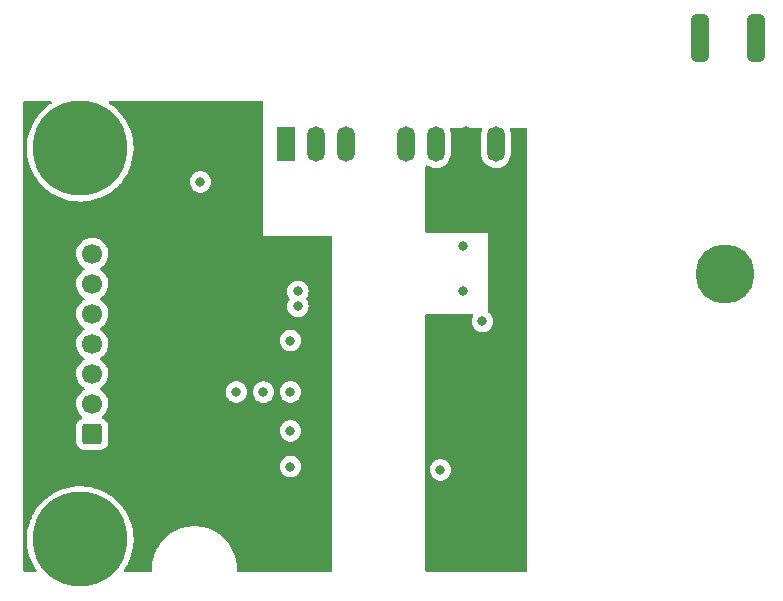
<source format=gbr>
%TF.GenerationSoftware,KiCad,Pcbnew,(6.0.1)*%
%TF.CreationDate,2022-08-22T15:24:11+03:00*%
%TF.ProjectId,Driver_Board,44726976-6572-45f4-926f-6172642e6b69,rev?*%
%TF.SameCoordinates,Original*%
%TF.FileFunction,Copper,L3,Inr*%
%TF.FilePolarity,Positive*%
%FSLAX46Y46*%
G04 Gerber Fmt 4.6, Leading zero omitted, Abs format (unit mm)*
G04 Created by KiCad (PCBNEW (6.0.1)) date 2022-08-22 15:24:11*
%MOMM*%
%LPD*%
G01*
G04 APERTURE LIST*
G04 Aperture macros list*
%AMRoundRect*
0 Rectangle with rounded corners*
0 $1 Rounding radius*
0 $2 $3 $4 $5 $6 $7 $8 $9 X,Y pos of 4 corners*
0 Add a 4 corners polygon primitive as box body*
4,1,4,$2,$3,$4,$5,$6,$7,$8,$9,$2,$3,0*
0 Add four circle primitives for the rounded corners*
1,1,$1+$1,$2,$3*
1,1,$1+$1,$4,$5*
1,1,$1+$1,$6,$7*
1,1,$1+$1,$8,$9*
0 Add four rect primitives between the rounded corners*
20,1,$1+$1,$2,$3,$4,$5,0*
20,1,$1+$1,$4,$5,$6,$7,0*
20,1,$1+$1,$6,$7,$8,$9,0*
20,1,$1+$1,$8,$9,$2,$3,0*%
G04 Aperture macros list end*
%TA.AperFunction,ComponentPad*%
%ADD10RoundRect,0.375000X-0.375000X-1.625000X0.375000X-1.625000X0.375000X1.625000X-0.375000X1.625000X0*%
%TD*%
%TA.AperFunction,ComponentPad*%
%ADD11RoundRect,0.250000X0.600000X0.600000X-0.600000X0.600000X-0.600000X-0.600000X0.600000X-0.600000X0*%
%TD*%
%TA.AperFunction,ComponentPad*%
%ADD12C,1.700000*%
%TD*%
%TA.AperFunction,ComponentPad*%
%ADD13C,8.000000*%
%TD*%
%TA.AperFunction,ComponentPad*%
%ADD14C,5.000000*%
%TD*%
%TA.AperFunction,ComponentPad*%
%ADD15R,1.500000X3.000000*%
%TD*%
%TA.AperFunction,ComponentPad*%
%ADD16O,1.500000X3.000000*%
%TD*%
%TA.AperFunction,ViaPad*%
%ADD17C,0.800000*%
%TD*%
G04 APERTURE END LIST*
D10*
%TO.N,E_IGBT*%
%TO.C,J3*%
X116504000Y-52070000D03*
%TO.N,G_IGBT*%
X121204000Y-52070000D03*
%TD*%
D11*
%TO.N,RDY*%
%TO.C,J1*%
X65014500Y-85598000D03*
D12*
%TO.N,GNDA*%
X62474500Y-85598000D03*
%TO.N,FLT*%
X65014500Y-83058000D03*
%TO.N,GNDA*%
X62474500Y-83058000D03*
%TO.N,RST*%
X65014500Y-80518000D03*
%TO.N,GNDA*%
X62474500Y-80518000D03*
%TO.N,IN-*%
X65014500Y-77978000D03*
%TO.N,GNDA*%
X62474500Y-77978000D03*
%TO.N,IN+*%
X65014500Y-75438000D03*
%TO.N,GNDA*%
X62474500Y-75438000D03*
%TO.N,+5VD*%
X65014500Y-72898000D03*
%TO.N,GNDA*%
X62474500Y-72898000D03*
%TO.N,VAA*%
X65014500Y-70358000D03*
%TO.N,GNDA*%
X62474500Y-70358000D03*
D13*
%TO.N,N/C*%
X63994500Y-61418000D03*
X63994500Y-94538000D03*
%TD*%
D14*
%TO.N,C_IGBT*%
%TO.C,J4*%
X118618000Y-72027000D03*
%TD*%
D15*
%TO.N,GNDA*%
%TO.C,U1*%
X81412500Y-61084000D03*
D16*
%TO.N,VAA*%
X83952500Y-61084000D03*
%TO.N,unconnected-(U1-Pad3)*%
X86492500Y-61084000D03*
%TO.N,unconnected-(U1-Pad5)*%
X91572500Y-61084000D03*
%TO.N,+15V*%
X94112500Y-61084000D03*
%TO.N,E_IGBT*%
X96652500Y-61084000D03*
%TO.N,unconnected-(U1-Pad8)*%
X99192500Y-61084000D03*
%TD*%
D17*
%TO.N,GNDA*%
X77216000Y-88392000D03*
X74206500Y-61175500D03*
X81788000Y-79777500D03*
X82423000Y-69723000D03*
X74930000Y-85344000D03*
%TO.N,RDY*%
X82423000Y-73533000D03*
X81788000Y-88376000D03*
%TO.N,FLT*%
X81788000Y-82042000D03*
X82423000Y-74803000D03*
X77209750Y-82048250D03*
%TO.N,+15V*%
X94488000Y-88646000D03*
X98044000Y-76073000D03*
X96393000Y-73533000D03*
%TO.N,VAA*%
X74168000Y-64262000D03*
%TO.N,E_IGBT*%
X96393000Y-76073000D03*
X96393000Y-69723000D03*
X97536000Y-88646000D03*
X96393000Y-78613000D03*
X98044000Y-68072000D03*
%TO.N,+5VD*%
X79502000Y-82063500D03*
X81788000Y-85344000D03*
X81788000Y-77702500D03*
%TD*%
%TA.AperFunction,Conductor*%
%TO.N,GNDA*%
G36*
X61539201Y-57424002D02*
G01*
X61585694Y-57477658D01*
X61595798Y-57547932D01*
X61566304Y-57612512D01*
X61538222Y-57636620D01*
X61418689Y-57711894D01*
X61093396Y-57960599D01*
X60791983Y-58237763D01*
X60516930Y-58541104D01*
X60515206Y-58543391D01*
X60515205Y-58543393D01*
X60432650Y-58652948D01*
X60270502Y-58868125D01*
X60054727Y-59216135D01*
X60053447Y-59218691D01*
X60053442Y-59218700D01*
X59986687Y-59352008D01*
X59871381Y-59582269D01*
X59870340Y-59584925D01*
X59870337Y-59584932D01*
X59723013Y-59960859D01*
X59721973Y-59963513D01*
X59721181Y-59966240D01*
X59721177Y-59966251D01*
X59651215Y-60207063D01*
X59607733Y-60356729D01*
X59529601Y-60758681D01*
X59488221Y-61166060D01*
X59483933Y-61575512D01*
X59484162Y-61578357D01*
X59484162Y-61578360D01*
X59511965Y-61923910D01*
X59516773Y-61983668D01*
X59586469Y-62387168D01*
X59692449Y-62782691D01*
X59833840Y-63166980D01*
X59835065Y-63169560D01*
X59835068Y-63169567D01*
X59979986Y-63474763D01*
X60009479Y-63536874D01*
X60117867Y-63720148D01*
X60215195Y-63884721D01*
X60217918Y-63889326D01*
X60457444Y-64221436D01*
X60726084Y-64530471D01*
X61021626Y-64813886D01*
X61023844Y-64815656D01*
X61023849Y-64815661D01*
X61174539Y-64935955D01*
X61341639Y-65069349D01*
X61344020Y-65070919D01*
X61633982Y-65262113D01*
X61683489Y-65294757D01*
X61686019Y-65296113D01*
X61686018Y-65296113D01*
X61992840Y-65460630D01*
X62044360Y-65488255D01*
X62421284Y-65648250D01*
X62424022Y-65649129D01*
X62808431Y-65772549D01*
X62808435Y-65772550D01*
X62811157Y-65773424D01*
X62813947Y-65774048D01*
X62813952Y-65774049D01*
X63207977Y-65862125D01*
X63207988Y-65862127D01*
X63210771Y-65862749D01*
X63616835Y-65915487D01*
X64026009Y-65931206D01*
X64028871Y-65931056D01*
X64028872Y-65931056D01*
X64432066Y-65909926D01*
X64432073Y-65909925D01*
X64434922Y-65909776D01*
X64437745Y-65909369D01*
X64437747Y-65909369D01*
X64837389Y-65851780D01*
X64837396Y-65851779D01*
X64840211Y-65851373D01*
X65238538Y-65756478D01*
X65241236Y-65755570D01*
X65241243Y-65755568D01*
X65623914Y-65626785D01*
X65623920Y-65626783D01*
X65626626Y-65625872D01*
X66001279Y-65460630D01*
X66359414Y-65262113D01*
X66494219Y-65170500D01*
X66695698Y-65033575D01*
X66695700Y-65033573D01*
X66698083Y-65031954D01*
X66981753Y-64798944D01*
X67012279Y-64773870D01*
X67012283Y-64773867D01*
X67014498Y-64772047D01*
X67016536Y-64770038D01*
X67016543Y-64770031D01*
X67261661Y-64528311D01*
X67306055Y-64484533D01*
X67339155Y-64445365D01*
X67494111Y-64262000D01*
X73254496Y-64262000D01*
X73274458Y-64451928D01*
X73333473Y-64633556D01*
X73428960Y-64798944D01*
X73556747Y-64940866D01*
X73655843Y-65012864D01*
X73679600Y-65030124D01*
X73711248Y-65053118D01*
X73717276Y-65055802D01*
X73717278Y-65055803D01*
X73879681Y-65128109D01*
X73885712Y-65130794D01*
X73979113Y-65150647D01*
X74066056Y-65169128D01*
X74066061Y-65169128D01*
X74072513Y-65170500D01*
X74263487Y-65170500D01*
X74269939Y-65169128D01*
X74269944Y-65169128D01*
X74356887Y-65150647D01*
X74450288Y-65130794D01*
X74456319Y-65128109D01*
X74618722Y-65055803D01*
X74618724Y-65055802D01*
X74624752Y-65053118D01*
X74656401Y-65030124D01*
X74680157Y-65012864D01*
X74779253Y-64940866D01*
X74907040Y-64798944D01*
X75002527Y-64633556D01*
X75061542Y-64451928D01*
X75081504Y-64262000D01*
X75061542Y-64072072D01*
X75002527Y-63890444D01*
X74907040Y-63725056D01*
X74779253Y-63583134D01*
X74642111Y-63483494D01*
X74630094Y-63474763D01*
X74630093Y-63474762D01*
X74624752Y-63470882D01*
X74618724Y-63468198D01*
X74618722Y-63468197D01*
X74456319Y-63395891D01*
X74456318Y-63395891D01*
X74450288Y-63393206D01*
X74356888Y-63373353D01*
X74269944Y-63354872D01*
X74269939Y-63354872D01*
X74263487Y-63353500D01*
X74072513Y-63353500D01*
X74066061Y-63354872D01*
X74066056Y-63354872D01*
X73979112Y-63373353D01*
X73885712Y-63393206D01*
X73879682Y-63395891D01*
X73879681Y-63395891D01*
X73717278Y-63468197D01*
X73717276Y-63468198D01*
X73711248Y-63470882D01*
X73705907Y-63474762D01*
X73705906Y-63474763D01*
X73693889Y-63483494D01*
X73556747Y-63583134D01*
X73428960Y-63725056D01*
X73333473Y-63890444D01*
X73274458Y-64072072D01*
X73254496Y-64262000D01*
X67494111Y-64262000D01*
X67568508Y-64173963D01*
X67568513Y-64173957D01*
X67570354Y-64171778D01*
X67635574Y-64078635D01*
X67803584Y-63838691D01*
X67805219Y-63836356D01*
X68008717Y-63481027D01*
X68014591Y-63468197D01*
X68177985Y-63111316D01*
X68177988Y-63111307D01*
X68179174Y-63108718D01*
X68315185Y-62722492D01*
X68415633Y-62325528D01*
X68479689Y-61921095D01*
X68506826Y-61512520D01*
X68507816Y-61418000D01*
X68489241Y-61008947D01*
X68433669Y-60603260D01*
X68341557Y-60204280D01*
X68264130Y-59968783D01*
X68214557Y-59818005D01*
X68214554Y-59817998D01*
X68213664Y-59815290D01*
X68051042Y-59439492D01*
X67885797Y-59136412D01*
X67856399Y-59082492D01*
X67856395Y-59082485D01*
X67855029Y-59079980D01*
X67768356Y-58950510D01*
X67628832Y-58742090D01*
X67628824Y-58742079D01*
X67627240Y-58739713D01*
X67369549Y-58421491D01*
X67227249Y-58275160D01*
X67086067Y-58129980D01*
X67086063Y-58129976D01*
X67084077Y-58127934D01*
X67081919Y-58126084D01*
X67081909Y-58126075D01*
X66775349Y-57863321D01*
X66775344Y-57863317D01*
X66773175Y-57861458D01*
X66770844Y-57859801D01*
X66770837Y-57859796D01*
X66451289Y-57632706D01*
X66407348Y-57576941D01*
X66400532Y-57506272D01*
X66433005Y-57443137D01*
X66494456Y-57407580D01*
X66524278Y-57404000D01*
X79376000Y-57404000D01*
X79444121Y-57424002D01*
X79490614Y-57477658D01*
X79502000Y-57530000D01*
X79502000Y-68834000D01*
X85218000Y-68834000D01*
X85286121Y-68854002D01*
X85332614Y-68907658D01*
X85344000Y-68960000D01*
X85344000Y-97156000D01*
X85323998Y-97224121D01*
X85270342Y-97270614D01*
X85218000Y-97282000D01*
X77384905Y-97282000D01*
X77316784Y-97261998D01*
X77270291Y-97208342D01*
X77259078Y-97149405D01*
X77259087Y-97149246D01*
X77265441Y-97028000D01*
X77245690Y-96651129D01*
X77238146Y-96603494D01*
X77218008Y-96476353D01*
X77186653Y-96278387D01*
X77088978Y-95913857D01*
X77085720Y-95905368D01*
X76954918Y-95564620D01*
X76953734Y-95561535D01*
X76782403Y-95225280D01*
X76705262Y-95106492D01*
X76578665Y-94911550D01*
X76576863Y-94908775D01*
X76339365Y-94615489D01*
X76072511Y-94348635D01*
X75779225Y-94111137D01*
X75462720Y-93905597D01*
X75459786Y-93904102D01*
X75459779Y-93904098D01*
X75129405Y-93735764D01*
X75126465Y-93734266D01*
X74774143Y-93599022D01*
X74409613Y-93501347D01*
X74211647Y-93469992D01*
X74040119Y-93442824D01*
X74040111Y-93442823D01*
X74036871Y-93442310D01*
X73754280Y-93427500D01*
X73565720Y-93427500D01*
X73283129Y-93442310D01*
X73279889Y-93442823D01*
X73279881Y-93442824D01*
X73108353Y-93469992D01*
X72910387Y-93501347D01*
X72545857Y-93599022D01*
X72193535Y-93734266D01*
X72190595Y-93735764D01*
X71860221Y-93904098D01*
X71860214Y-93904102D01*
X71857280Y-93905597D01*
X71540775Y-94111137D01*
X71247489Y-94348635D01*
X70980635Y-94615489D01*
X70743137Y-94908775D01*
X70741335Y-94911550D01*
X70539395Y-95222510D01*
X70539393Y-95222513D01*
X70537597Y-95225279D01*
X70536102Y-95228213D01*
X70536098Y-95228220D01*
X70395412Y-95504332D01*
X70366266Y-95561535D01*
X70365082Y-95564620D01*
X70234281Y-95905368D01*
X70231022Y-95913857D01*
X70133347Y-96278387D01*
X70101992Y-96476353D01*
X70081855Y-96603494D01*
X70074310Y-96651129D01*
X70054559Y-97028000D01*
X70060914Y-97149246D01*
X70060922Y-97149405D01*
X70044513Y-97218479D01*
X69993364Y-97267717D01*
X69935095Y-97282000D01*
X67819245Y-97282000D01*
X67751124Y-97261998D01*
X67704631Y-97208342D01*
X67694527Y-97138068D01*
X67716032Y-97083730D01*
X67803577Y-96958701D01*
X67805219Y-96956356D01*
X68008717Y-96601027D01*
X68151315Y-96289567D01*
X68177985Y-96231316D01*
X68177988Y-96231307D01*
X68179174Y-96228718D01*
X68315185Y-95842492D01*
X68386279Y-95561535D01*
X68414930Y-95448307D01*
X68414931Y-95448303D01*
X68415633Y-95445528D01*
X68450956Y-95222511D01*
X68479243Y-95043910D01*
X68479689Y-95041095D01*
X68506826Y-94632520D01*
X68507816Y-94538000D01*
X68489241Y-94128947D01*
X68486802Y-94111137D01*
X68435382Y-93735764D01*
X68433669Y-93723260D01*
X68341557Y-93324280D01*
X68335960Y-93307255D01*
X68214557Y-92938005D01*
X68214554Y-92937998D01*
X68213664Y-92935290D01*
X68051042Y-92559492D01*
X67855029Y-92199980D01*
X67774690Y-92079971D01*
X67628832Y-91862090D01*
X67628824Y-91862079D01*
X67627240Y-91859713D01*
X67369549Y-91541491D01*
X67190882Y-91357763D01*
X67086067Y-91249980D01*
X67086063Y-91249976D01*
X67084077Y-91247934D01*
X67081919Y-91246084D01*
X67081909Y-91246075D01*
X66775349Y-90983321D01*
X66775344Y-90983317D01*
X66773175Y-90981458D01*
X66770844Y-90979801D01*
X66770837Y-90979796D01*
X66565163Y-90833632D01*
X66439400Y-90744257D01*
X66212845Y-90612399D01*
X66087974Y-90539722D01*
X66087969Y-90539719D01*
X66085501Y-90538283D01*
X65851346Y-90429095D01*
X65716987Y-90366442D01*
X65716977Y-90366438D01*
X65714391Y-90365232D01*
X65711694Y-90364261D01*
X65331814Y-90227495D01*
X65331805Y-90227492D01*
X65329124Y-90226527D01*
X65066747Y-90158183D01*
X64935640Y-90124032D01*
X64935634Y-90124031D01*
X64932871Y-90123311D01*
X64528895Y-90056433D01*
X64526052Y-90056224D01*
X64526050Y-90056224D01*
X64123365Y-90026653D01*
X64120519Y-90026444D01*
X63950543Y-90029411D01*
X63713958Y-90033540D01*
X63713953Y-90033540D01*
X63711107Y-90033590D01*
X63708274Y-90033898D01*
X63708270Y-90033898D01*
X63379396Y-90069625D01*
X63304027Y-90077813D01*
X62902630Y-90158749D01*
X62899902Y-90159562D01*
X62899891Y-90159565D01*
X62587367Y-90252733D01*
X62510221Y-90275731D01*
X62507560Y-90276795D01*
X62507558Y-90276796D01*
X62283427Y-90366442D01*
X62130029Y-90427797D01*
X62127482Y-90429095D01*
X61767727Y-90612399D01*
X61767722Y-90612402D01*
X61765184Y-90613695D01*
X61418689Y-90831894D01*
X61093396Y-91080599D01*
X60791983Y-91357763D01*
X60516930Y-91661104D01*
X60270502Y-91988125D01*
X60054727Y-92336135D01*
X60053447Y-92338691D01*
X60053442Y-92338700D01*
X59944135Y-92556982D01*
X59871381Y-92702269D01*
X59870340Y-92704925D01*
X59870337Y-92704932D01*
X59780061Y-92935290D01*
X59721973Y-93083513D01*
X59721181Y-93086240D01*
X59721177Y-93086251D01*
X59617583Y-93442824D01*
X59607733Y-93476729D01*
X59529601Y-93878681D01*
X59488221Y-94286060D01*
X59483933Y-94695512D01*
X59484162Y-94698357D01*
X59484162Y-94698360D01*
X59511965Y-95043910D01*
X59516773Y-95103668D01*
X59586469Y-95507168D01*
X59692449Y-95902691D01*
X59833840Y-96286980D01*
X60009479Y-96656874D01*
X60077985Y-96772711D01*
X60187979Y-96958701D01*
X60217918Y-97009326D01*
X60219580Y-97011630D01*
X60219581Y-97011632D01*
X60270545Y-97082295D01*
X60294170Y-97149246D01*
X60277848Y-97218341D01*
X60226762Y-97267643D01*
X60168351Y-97282000D01*
X59308000Y-97282000D01*
X59239879Y-97261998D01*
X59193386Y-97208342D01*
X59182000Y-97156000D01*
X59182000Y-88376000D01*
X80874496Y-88376000D01*
X80894458Y-88565928D01*
X80953473Y-88747556D01*
X81048960Y-88912944D01*
X81176747Y-89054866D01*
X81331248Y-89167118D01*
X81337276Y-89169802D01*
X81337278Y-89169803D01*
X81499681Y-89242109D01*
X81505712Y-89244794D01*
X81599112Y-89264647D01*
X81686056Y-89283128D01*
X81686061Y-89283128D01*
X81692513Y-89284500D01*
X81883487Y-89284500D01*
X81889939Y-89283128D01*
X81889944Y-89283128D01*
X81976888Y-89264647D01*
X82070288Y-89244794D01*
X82076319Y-89242109D01*
X82238722Y-89169803D01*
X82238724Y-89169802D01*
X82244752Y-89167118D01*
X82399253Y-89054866D01*
X82527040Y-88912944D01*
X82622527Y-88747556D01*
X82681542Y-88565928D01*
X82701504Y-88376000D01*
X82681542Y-88186072D01*
X82622527Y-88004444D01*
X82527040Y-87839056D01*
X82399253Y-87697134D01*
X82244752Y-87584882D01*
X82238724Y-87582198D01*
X82238722Y-87582197D01*
X82076319Y-87509891D01*
X82076318Y-87509891D01*
X82070288Y-87507206D01*
X81976888Y-87487353D01*
X81889944Y-87468872D01*
X81889939Y-87468872D01*
X81883487Y-87467500D01*
X81692513Y-87467500D01*
X81686061Y-87468872D01*
X81686056Y-87468872D01*
X81599112Y-87487353D01*
X81505712Y-87507206D01*
X81499682Y-87509891D01*
X81499681Y-87509891D01*
X81337278Y-87582197D01*
X81337276Y-87582198D01*
X81331248Y-87584882D01*
X81176747Y-87697134D01*
X81048960Y-87839056D01*
X80953473Y-88004444D01*
X80894458Y-88186072D01*
X80874496Y-88376000D01*
X59182000Y-88376000D01*
X59182000Y-83024695D01*
X63651751Y-83024695D01*
X63652048Y-83029848D01*
X63652048Y-83029851D01*
X63657511Y-83124590D01*
X63664610Y-83247715D01*
X63665747Y-83252761D01*
X63665748Y-83252767D01*
X63685619Y-83340939D01*
X63713722Y-83465639D01*
X63797766Y-83672616D01*
X63914487Y-83863088D01*
X64060750Y-84031938D01*
X64130844Y-84090131D01*
X64170479Y-84149033D01*
X64171977Y-84220014D01*
X64134863Y-84280537D01*
X64103812Y-84301175D01*
X64097496Y-84304134D01*
X64090554Y-84306450D01*
X63940152Y-84399522D01*
X63815195Y-84524697D01*
X63811355Y-84530927D01*
X63811354Y-84530928D01*
X63731022Y-84661251D01*
X63722385Y-84675262D01*
X63720081Y-84682209D01*
X63676775Y-84812774D01*
X63666703Y-84843139D01*
X63656000Y-84947600D01*
X63656000Y-86248400D01*
X63666974Y-86354166D01*
X63722950Y-86521946D01*
X63816022Y-86672348D01*
X63941197Y-86797305D01*
X63947427Y-86801145D01*
X63947428Y-86801146D01*
X64084590Y-86885694D01*
X64091762Y-86890115D01*
X64171505Y-86916564D01*
X64253111Y-86943632D01*
X64253113Y-86943632D01*
X64259639Y-86945797D01*
X64266475Y-86946497D01*
X64266478Y-86946498D01*
X64309531Y-86950909D01*
X64364100Y-86956500D01*
X65664900Y-86956500D01*
X65668146Y-86956163D01*
X65668150Y-86956163D01*
X65763808Y-86946238D01*
X65763812Y-86946237D01*
X65770666Y-86945526D01*
X65777202Y-86943345D01*
X65777204Y-86943345D01*
X65909306Y-86899272D01*
X65938446Y-86889550D01*
X66088848Y-86796478D01*
X66213805Y-86671303D01*
X66306615Y-86520738D01*
X66362297Y-86352861D01*
X66373000Y-86248400D01*
X66373000Y-85344000D01*
X80874496Y-85344000D01*
X80894458Y-85533928D01*
X80953473Y-85715556D01*
X81048960Y-85880944D01*
X81176747Y-86022866D01*
X81331248Y-86135118D01*
X81337276Y-86137802D01*
X81337278Y-86137803D01*
X81499681Y-86210109D01*
X81505712Y-86212794D01*
X81599113Y-86232647D01*
X81686056Y-86251128D01*
X81686061Y-86251128D01*
X81692513Y-86252500D01*
X81883487Y-86252500D01*
X81889939Y-86251128D01*
X81889944Y-86251128D01*
X81976887Y-86232647D01*
X82070288Y-86212794D01*
X82076319Y-86210109D01*
X82238722Y-86137803D01*
X82238724Y-86137802D01*
X82244752Y-86135118D01*
X82399253Y-86022866D01*
X82527040Y-85880944D01*
X82622527Y-85715556D01*
X82681542Y-85533928D01*
X82701504Y-85344000D01*
X82681542Y-85154072D01*
X82622527Y-84972444D01*
X82527040Y-84807056D01*
X82414628Y-84682209D01*
X82403675Y-84670045D01*
X82403674Y-84670044D01*
X82399253Y-84665134D01*
X82244752Y-84552882D01*
X82238724Y-84550198D01*
X82238722Y-84550197D01*
X82076319Y-84477891D01*
X82076318Y-84477891D01*
X82070288Y-84475206D01*
X81976888Y-84455353D01*
X81889944Y-84436872D01*
X81889939Y-84436872D01*
X81883487Y-84435500D01*
X81692513Y-84435500D01*
X81686061Y-84436872D01*
X81686056Y-84436872D01*
X81599112Y-84455353D01*
X81505712Y-84475206D01*
X81499682Y-84477891D01*
X81499681Y-84477891D01*
X81337278Y-84550197D01*
X81337276Y-84550198D01*
X81331248Y-84552882D01*
X81176747Y-84665134D01*
X81172326Y-84670044D01*
X81172325Y-84670045D01*
X81161373Y-84682209D01*
X81048960Y-84807056D01*
X80953473Y-84972444D01*
X80894458Y-85154072D01*
X80874496Y-85344000D01*
X66373000Y-85344000D01*
X66373000Y-84947600D01*
X66362026Y-84841834D01*
X66306050Y-84674054D01*
X66212978Y-84523652D01*
X66087803Y-84398695D01*
X65937238Y-84305885D01*
X65930285Y-84303579D01*
X65929404Y-84303168D01*
X65876118Y-84256252D01*
X65856656Y-84187975D01*
X65877196Y-84120015D01*
X65895029Y-84099844D01*
X65894360Y-84099173D01*
X66048935Y-83945137D01*
X66052596Y-83941489D01*
X66112094Y-83858689D01*
X66179935Y-83764277D01*
X66182953Y-83760077D01*
X66281930Y-83559811D01*
X66346870Y-83346069D01*
X66376029Y-83124590D01*
X66377656Y-83058000D01*
X66359352Y-82835361D01*
X66304931Y-82618702D01*
X66215854Y-82413840D01*
X66106275Y-82244456D01*
X66097322Y-82230617D01*
X66097320Y-82230614D01*
X66094514Y-82226277D01*
X65944170Y-82061051D01*
X65940119Y-82057852D01*
X65940115Y-82057848D01*
X65927962Y-82048250D01*
X76296246Y-82048250D01*
X76296936Y-82054815D01*
X76314556Y-82222457D01*
X76316208Y-82238178D01*
X76375223Y-82419806D01*
X76378526Y-82425528D01*
X76378527Y-82425529D01*
X76387332Y-82440779D01*
X76470710Y-82585194D01*
X76475128Y-82590101D01*
X76475129Y-82590102D01*
X76592869Y-82720866D01*
X76598497Y-82727116D01*
X76695493Y-82797588D01*
X76744396Y-82833118D01*
X76752998Y-82839368D01*
X76759026Y-82842052D01*
X76759028Y-82842053D01*
X76921431Y-82914359D01*
X76927462Y-82917044D01*
X77005662Y-82933666D01*
X77107806Y-82955378D01*
X77107811Y-82955378D01*
X77114263Y-82956750D01*
X77305237Y-82956750D01*
X77311689Y-82955378D01*
X77311694Y-82955378D01*
X77413838Y-82933666D01*
X77492038Y-82917044D01*
X77498069Y-82914359D01*
X77660472Y-82842053D01*
X77660474Y-82842052D01*
X77666502Y-82839368D01*
X77675105Y-82833118D01*
X77724007Y-82797588D01*
X77821003Y-82727116D01*
X77826631Y-82720866D01*
X77944371Y-82590102D01*
X77944372Y-82590101D01*
X77948790Y-82585194D01*
X78032168Y-82440779D01*
X78040973Y-82425529D01*
X78040974Y-82425528D01*
X78044277Y-82419806D01*
X78103292Y-82238178D01*
X78104945Y-82222457D01*
X78121651Y-82063500D01*
X78588496Y-82063500D01*
X78608458Y-82253428D01*
X78667473Y-82435056D01*
X78762960Y-82600444D01*
X78767378Y-82605351D01*
X78767379Y-82605352D01*
X78877016Y-82727116D01*
X78890747Y-82742366D01*
X78966753Y-82797588D01*
X79025847Y-82840522D01*
X79045248Y-82854618D01*
X79051276Y-82857302D01*
X79051278Y-82857303D01*
X79188541Y-82918416D01*
X79219712Y-82932294D01*
X79305364Y-82950500D01*
X79400056Y-82970628D01*
X79400061Y-82970628D01*
X79406513Y-82972000D01*
X79597487Y-82972000D01*
X79603939Y-82970628D01*
X79603944Y-82970628D01*
X79698636Y-82950500D01*
X79784288Y-82932294D01*
X79815459Y-82918416D01*
X79952722Y-82857303D01*
X79952724Y-82857302D01*
X79958752Y-82854618D01*
X79978154Y-82840522D01*
X80037247Y-82797588D01*
X80113253Y-82742366D01*
X80126984Y-82727116D01*
X80236621Y-82605352D01*
X80236622Y-82605351D01*
X80241040Y-82600444D01*
X80336527Y-82435056D01*
X80395542Y-82253428D01*
X80415504Y-82063500D01*
X80413901Y-82048250D01*
X80413244Y-82042000D01*
X80874496Y-82042000D01*
X80875186Y-82048565D01*
X80893463Y-82222457D01*
X80894458Y-82231928D01*
X80953473Y-82413556D01*
X80956776Y-82419278D01*
X80956777Y-82419279D01*
X80962257Y-82428771D01*
X81048960Y-82578944D01*
X81053378Y-82583851D01*
X81053379Y-82583852D01*
X81072738Y-82605352D01*
X81176747Y-82720866D01*
X81331248Y-82833118D01*
X81337276Y-82835802D01*
X81337278Y-82835803D01*
X81499681Y-82908109D01*
X81505712Y-82910794D01*
X81594229Y-82929609D01*
X81686056Y-82949128D01*
X81686061Y-82949128D01*
X81692513Y-82950500D01*
X81883487Y-82950500D01*
X81889939Y-82949128D01*
X81889944Y-82949128D01*
X81981771Y-82929609D01*
X82070288Y-82910794D01*
X82076319Y-82908109D01*
X82238722Y-82835803D01*
X82238724Y-82835802D01*
X82244752Y-82833118D01*
X82399253Y-82720866D01*
X82503262Y-82605352D01*
X82522621Y-82583852D01*
X82522622Y-82583851D01*
X82527040Y-82578944D01*
X82613743Y-82428771D01*
X82619223Y-82419279D01*
X82619224Y-82419278D01*
X82622527Y-82413556D01*
X82681542Y-82231928D01*
X82682538Y-82222457D01*
X82700814Y-82048565D01*
X82701504Y-82042000D01*
X82689291Y-81925800D01*
X82682232Y-81858635D01*
X82682232Y-81858633D01*
X82681542Y-81852072D01*
X82622527Y-81670444D01*
X82527040Y-81505056D01*
X82415116Y-81380751D01*
X82403675Y-81368045D01*
X82403674Y-81368044D01*
X82399253Y-81363134D01*
X82258696Y-81261013D01*
X82250094Y-81254763D01*
X82250093Y-81254762D01*
X82244752Y-81250882D01*
X82238724Y-81248198D01*
X82238722Y-81248197D01*
X82076319Y-81175891D01*
X82076318Y-81175891D01*
X82070288Y-81173206D01*
X81976888Y-81153353D01*
X81889944Y-81134872D01*
X81889939Y-81134872D01*
X81883487Y-81133500D01*
X81692513Y-81133500D01*
X81686061Y-81134872D01*
X81686056Y-81134872D01*
X81599112Y-81153353D01*
X81505712Y-81173206D01*
X81499682Y-81175891D01*
X81499681Y-81175891D01*
X81337278Y-81248197D01*
X81337276Y-81248198D01*
X81331248Y-81250882D01*
X81325907Y-81254762D01*
X81325906Y-81254763D01*
X81317304Y-81261013D01*
X81176747Y-81363134D01*
X81172326Y-81368044D01*
X81172325Y-81368045D01*
X81160885Y-81380751D01*
X81048960Y-81505056D01*
X80953473Y-81670444D01*
X80894458Y-81852072D01*
X80893768Y-81858633D01*
X80893768Y-81858635D01*
X80886709Y-81925800D01*
X80874496Y-82042000D01*
X80413244Y-82042000D01*
X80396232Y-81880135D01*
X80396232Y-81880133D01*
X80395542Y-81873572D01*
X80336527Y-81691944D01*
X80327723Y-81676694D01*
X80259871Y-81559173D01*
X80241040Y-81526556D01*
X80232458Y-81517024D01*
X80117675Y-81389545D01*
X80117674Y-81389544D01*
X80113253Y-81384634D01*
X79958752Y-81272382D01*
X79952724Y-81269698D01*
X79952722Y-81269697D01*
X79790319Y-81197391D01*
X79790318Y-81197391D01*
X79784288Y-81194706D01*
X79683139Y-81173206D01*
X79603944Y-81156372D01*
X79603939Y-81156372D01*
X79597487Y-81155000D01*
X79406513Y-81155000D01*
X79400061Y-81156372D01*
X79400056Y-81156372D01*
X79320861Y-81173206D01*
X79219712Y-81194706D01*
X79213682Y-81197391D01*
X79213681Y-81197391D01*
X79051278Y-81269697D01*
X79051276Y-81269698D01*
X79045248Y-81272382D01*
X78890747Y-81384634D01*
X78886326Y-81389544D01*
X78886325Y-81389545D01*
X78771543Y-81517024D01*
X78762960Y-81526556D01*
X78744129Y-81559173D01*
X78676278Y-81676694D01*
X78667473Y-81691944D01*
X78608458Y-81873572D01*
X78607768Y-81880133D01*
X78607768Y-81880135D01*
X78590099Y-82048250D01*
X78588496Y-82063500D01*
X78121651Y-82063500D01*
X78122564Y-82054815D01*
X78123254Y-82048250D01*
X78110048Y-81922598D01*
X78103982Y-81864885D01*
X78103982Y-81864883D01*
X78103292Y-81858322D01*
X78044277Y-81676694D01*
X78037365Y-81664721D01*
X77960896Y-81532274D01*
X77948790Y-81511306D01*
X77943163Y-81505056D01*
X77825425Y-81374295D01*
X77825424Y-81374294D01*
X77821003Y-81369384D01*
X77721907Y-81297386D01*
X77671844Y-81261013D01*
X77671843Y-81261012D01*
X77666502Y-81257132D01*
X77660474Y-81254448D01*
X77660472Y-81254447D01*
X77498069Y-81182141D01*
X77498068Y-81182141D01*
X77492038Y-81179456D01*
X77383437Y-81156372D01*
X77311694Y-81141122D01*
X77311689Y-81141122D01*
X77305237Y-81139750D01*
X77114263Y-81139750D01*
X77107811Y-81141122D01*
X77107806Y-81141122D01*
X77036063Y-81156372D01*
X76927462Y-81179456D01*
X76921432Y-81182141D01*
X76921431Y-81182141D01*
X76759028Y-81254447D01*
X76759026Y-81254448D01*
X76752998Y-81257132D01*
X76747657Y-81261012D01*
X76747656Y-81261013D01*
X76697593Y-81297386D01*
X76598497Y-81369384D01*
X76594076Y-81374294D01*
X76594075Y-81374295D01*
X76476338Y-81505056D01*
X76470710Y-81511306D01*
X76458604Y-81532274D01*
X76382136Y-81664721D01*
X76375223Y-81676694D01*
X76316208Y-81858322D01*
X76315518Y-81864883D01*
X76315518Y-81864885D01*
X76309452Y-81922598D01*
X76296246Y-82048250D01*
X65927962Y-82048250D01*
X65772914Y-81925800D01*
X65772910Y-81925798D01*
X65768859Y-81922598D01*
X65727553Y-81899796D01*
X65677584Y-81849364D01*
X65662812Y-81779921D01*
X65687928Y-81713516D01*
X65715280Y-81686909D01*
X65759103Y-81655650D01*
X65894360Y-81559173D01*
X65942929Y-81510774D01*
X66048935Y-81405137D01*
X66052596Y-81401489D01*
X66064708Y-81384634D01*
X66179935Y-81224277D01*
X66182953Y-81220077D01*
X66281930Y-81019811D01*
X66346870Y-80806069D01*
X66376029Y-80584590D01*
X66377656Y-80518000D01*
X66359352Y-80295361D01*
X66304931Y-80078702D01*
X66215854Y-79873840D01*
X66094514Y-79686277D01*
X65944170Y-79521051D01*
X65940119Y-79517852D01*
X65940115Y-79517848D01*
X65772914Y-79385800D01*
X65772910Y-79385798D01*
X65768859Y-79382598D01*
X65727553Y-79359796D01*
X65677584Y-79309364D01*
X65662812Y-79239921D01*
X65687928Y-79173516D01*
X65715280Y-79146909D01*
X65759103Y-79115650D01*
X65894360Y-79019173D01*
X66052596Y-78861489D01*
X66112094Y-78778689D01*
X66179935Y-78684277D01*
X66182953Y-78680077D01*
X66236039Y-78572666D01*
X66279636Y-78484453D01*
X66279637Y-78484451D01*
X66281930Y-78479811D01*
X66346870Y-78266069D01*
X66376029Y-78044590D01*
X66377656Y-77978000D01*
X66359352Y-77755361D01*
X66346074Y-77702500D01*
X80874496Y-77702500D01*
X80894458Y-77892428D01*
X80953473Y-78074056D01*
X81048960Y-78239444D01*
X81176747Y-78381366D01*
X81189216Y-78390425D01*
X81318634Y-78484453D01*
X81331248Y-78493618D01*
X81337276Y-78496302D01*
X81337278Y-78496303D01*
X81499681Y-78568609D01*
X81505712Y-78571294D01*
X81583503Y-78587829D01*
X81686056Y-78609628D01*
X81686061Y-78609628D01*
X81692513Y-78611000D01*
X81883487Y-78611000D01*
X81889939Y-78609628D01*
X81889944Y-78609628D01*
X81992497Y-78587829D01*
X82070288Y-78571294D01*
X82076319Y-78568609D01*
X82238722Y-78496303D01*
X82238724Y-78496302D01*
X82244752Y-78493618D01*
X82257367Y-78484453D01*
X82386784Y-78390425D01*
X82399253Y-78381366D01*
X82527040Y-78239444D01*
X82622527Y-78074056D01*
X82681542Y-77892428D01*
X82701504Y-77702500D01*
X82684816Y-77543720D01*
X82682232Y-77519135D01*
X82682232Y-77519133D01*
X82681542Y-77512572D01*
X82622527Y-77330944D01*
X82607364Y-77304680D01*
X82530341Y-77171274D01*
X82527040Y-77165556D01*
X82486146Y-77120138D01*
X82403675Y-77028545D01*
X82403674Y-77028544D01*
X82399253Y-77023634D01*
X82244752Y-76911382D01*
X82238724Y-76908698D01*
X82238722Y-76908697D01*
X82076319Y-76836391D01*
X82076318Y-76836391D01*
X82070288Y-76833706D01*
X81976888Y-76813853D01*
X81889944Y-76795372D01*
X81889939Y-76795372D01*
X81883487Y-76794000D01*
X81692513Y-76794000D01*
X81686061Y-76795372D01*
X81686056Y-76795372D01*
X81599112Y-76813853D01*
X81505712Y-76833706D01*
X81499682Y-76836391D01*
X81499681Y-76836391D01*
X81337278Y-76908697D01*
X81337276Y-76908698D01*
X81331248Y-76911382D01*
X81176747Y-77023634D01*
X81172326Y-77028544D01*
X81172325Y-77028545D01*
X81089855Y-77120138D01*
X81048960Y-77165556D01*
X81045659Y-77171274D01*
X80968637Y-77304680D01*
X80953473Y-77330944D01*
X80894458Y-77512572D01*
X80893768Y-77519133D01*
X80893768Y-77519135D01*
X80891184Y-77543720D01*
X80874496Y-77702500D01*
X66346074Y-77702500D01*
X66304931Y-77538702D01*
X66215854Y-77333840D01*
X66176406Y-77272862D01*
X66097322Y-77150617D01*
X66097320Y-77150614D01*
X66094514Y-77146277D01*
X65944170Y-76981051D01*
X65940119Y-76977852D01*
X65940115Y-76977848D01*
X65772914Y-76845800D01*
X65772910Y-76845798D01*
X65768859Y-76842598D01*
X65727553Y-76819796D01*
X65677584Y-76769364D01*
X65662812Y-76699921D01*
X65687928Y-76633516D01*
X65715280Y-76606909D01*
X65759103Y-76575650D01*
X65894360Y-76479173D01*
X66052596Y-76321489D01*
X66112094Y-76238689D01*
X66179935Y-76144277D01*
X66182953Y-76140077D01*
X66281930Y-75939811D01*
X66346870Y-75726069D01*
X66376029Y-75504590D01*
X66376111Y-75501240D01*
X66377574Y-75441365D01*
X66377574Y-75441361D01*
X66377656Y-75438000D01*
X66359352Y-75215361D01*
X66304931Y-74998702D01*
X66219837Y-74803000D01*
X81509496Y-74803000D01*
X81510186Y-74809565D01*
X81527290Y-74972297D01*
X81529458Y-74992928D01*
X81588473Y-75174556D01*
X81591776Y-75180278D01*
X81591777Y-75180279D01*
X81625686Y-75239010D01*
X81683960Y-75339944D01*
X81811747Y-75481866D01*
X81966248Y-75594118D01*
X81972276Y-75596802D01*
X81972278Y-75596803D01*
X82041708Y-75627715D01*
X82140712Y-75671794D01*
X82234113Y-75691647D01*
X82321056Y-75710128D01*
X82321061Y-75710128D01*
X82327513Y-75711500D01*
X82518487Y-75711500D01*
X82524939Y-75710128D01*
X82524944Y-75710128D01*
X82611887Y-75691647D01*
X82705288Y-75671794D01*
X82804292Y-75627715D01*
X82873722Y-75596803D01*
X82873724Y-75596802D01*
X82879752Y-75594118D01*
X83034253Y-75481866D01*
X83162040Y-75339944D01*
X83220314Y-75239010D01*
X83254223Y-75180279D01*
X83254224Y-75180278D01*
X83257527Y-75174556D01*
X83316542Y-74992928D01*
X83318711Y-74972297D01*
X83335814Y-74809565D01*
X83336504Y-74803000D01*
X83316542Y-74613072D01*
X83257527Y-74431444D01*
X83162040Y-74266056D01*
X83149662Y-74252309D01*
X83118946Y-74188303D01*
X83127710Y-74117850D01*
X83149661Y-74083693D01*
X83162040Y-74069944D01*
X83257527Y-73904556D01*
X83316542Y-73722928D01*
X83336504Y-73533000D01*
X83322993Y-73404453D01*
X83317232Y-73349635D01*
X83317232Y-73349633D01*
X83316542Y-73343072D01*
X83257527Y-73161444D01*
X83162040Y-72996056D01*
X83136696Y-72967908D01*
X83038675Y-72859045D01*
X83038674Y-72859044D01*
X83034253Y-72854134D01*
X82879752Y-72741882D01*
X82873724Y-72739198D01*
X82873722Y-72739197D01*
X82711319Y-72666891D01*
X82711318Y-72666891D01*
X82705288Y-72664206D01*
X82603499Y-72642570D01*
X82524944Y-72625872D01*
X82524939Y-72625872D01*
X82518487Y-72624500D01*
X82327513Y-72624500D01*
X82321061Y-72625872D01*
X82321056Y-72625872D01*
X82242501Y-72642570D01*
X82140712Y-72664206D01*
X82134682Y-72666891D01*
X82134681Y-72666891D01*
X81972278Y-72739197D01*
X81972276Y-72739198D01*
X81966248Y-72741882D01*
X81811747Y-72854134D01*
X81807326Y-72859044D01*
X81807325Y-72859045D01*
X81709305Y-72967908D01*
X81683960Y-72996056D01*
X81588473Y-73161444D01*
X81529458Y-73343072D01*
X81528768Y-73349633D01*
X81528768Y-73349635D01*
X81523007Y-73404453D01*
X81509496Y-73533000D01*
X81529458Y-73722928D01*
X81588473Y-73904556D01*
X81683960Y-74069944D01*
X81696338Y-74083691D01*
X81727054Y-74147697D01*
X81718290Y-74218150D01*
X81696339Y-74252307D01*
X81683960Y-74266056D01*
X81588473Y-74431444D01*
X81529458Y-74613072D01*
X81509496Y-74803000D01*
X66219837Y-74803000D01*
X66215854Y-74793840D01*
X66094514Y-74606277D01*
X65944170Y-74441051D01*
X65940119Y-74437852D01*
X65940115Y-74437848D01*
X65772914Y-74305800D01*
X65772910Y-74305798D01*
X65768859Y-74302598D01*
X65727553Y-74279796D01*
X65677584Y-74229364D01*
X65662812Y-74159921D01*
X65687928Y-74093516D01*
X65715280Y-74066909D01*
X65759103Y-74035650D01*
X65894360Y-73939173D01*
X66052596Y-73781489D01*
X66112094Y-73698689D01*
X66179935Y-73604277D01*
X66182953Y-73600077D01*
X66216105Y-73533000D01*
X66279636Y-73404453D01*
X66279637Y-73404451D01*
X66281930Y-73399811D01*
X66346870Y-73186069D01*
X66376029Y-72964590D01*
X66377656Y-72898000D01*
X66359352Y-72675361D01*
X66304931Y-72458702D01*
X66215854Y-72253840D01*
X66094514Y-72066277D01*
X65944170Y-71901051D01*
X65940119Y-71897852D01*
X65940115Y-71897848D01*
X65772914Y-71765800D01*
X65772910Y-71765798D01*
X65768859Y-71762598D01*
X65727553Y-71739796D01*
X65677584Y-71689364D01*
X65662812Y-71619921D01*
X65687928Y-71553516D01*
X65715280Y-71526909D01*
X65759103Y-71495650D01*
X65894360Y-71399173D01*
X66052596Y-71241489D01*
X66112094Y-71158689D01*
X66179935Y-71064277D01*
X66182953Y-71060077D01*
X66281930Y-70859811D01*
X66346870Y-70646069D01*
X66376029Y-70424590D01*
X66377656Y-70358000D01*
X66359352Y-70135361D01*
X66304931Y-69918702D01*
X66215854Y-69713840D01*
X66094514Y-69526277D01*
X65944170Y-69361051D01*
X65940119Y-69357852D01*
X65940115Y-69357848D01*
X65772914Y-69225800D01*
X65772910Y-69225798D01*
X65768859Y-69222598D01*
X65573289Y-69114638D01*
X65568420Y-69112914D01*
X65568416Y-69112912D01*
X65367587Y-69041795D01*
X65367583Y-69041794D01*
X65362712Y-69040069D01*
X65357619Y-69039162D01*
X65357616Y-69039161D01*
X65147873Y-69001800D01*
X65147867Y-69001799D01*
X65142784Y-69000894D01*
X65068952Y-68999992D01*
X64924581Y-68998228D01*
X64924579Y-68998228D01*
X64919411Y-68998165D01*
X64698591Y-69031955D01*
X64486256Y-69101357D01*
X64288107Y-69204507D01*
X64283974Y-69207610D01*
X64283971Y-69207612D01*
X64259747Y-69225800D01*
X64109465Y-69338635D01*
X63955129Y-69500138D01*
X63829243Y-69684680D01*
X63735188Y-69887305D01*
X63675489Y-70102570D01*
X63651751Y-70324695D01*
X63652048Y-70329848D01*
X63652048Y-70329851D01*
X63657511Y-70424590D01*
X63664610Y-70547715D01*
X63665747Y-70552761D01*
X63665748Y-70552767D01*
X63685619Y-70640939D01*
X63713722Y-70765639D01*
X63797766Y-70972616D01*
X63914487Y-71163088D01*
X64060750Y-71331938D01*
X64232626Y-71474632D01*
X64303095Y-71515811D01*
X64305945Y-71517476D01*
X64354669Y-71569114D01*
X64367740Y-71638897D01*
X64341009Y-71704669D01*
X64300555Y-71738027D01*
X64288107Y-71744507D01*
X64283974Y-71747610D01*
X64283971Y-71747612D01*
X64259747Y-71765800D01*
X64109465Y-71878635D01*
X63955129Y-72040138D01*
X63829243Y-72224680D01*
X63735188Y-72427305D01*
X63675489Y-72642570D01*
X63651751Y-72864695D01*
X63652048Y-72869848D01*
X63652048Y-72869851D01*
X63657511Y-72964590D01*
X63664610Y-73087715D01*
X63665747Y-73092761D01*
X63665748Y-73092767D01*
X63679936Y-73155721D01*
X63713722Y-73305639D01*
X63797766Y-73512616D01*
X63914487Y-73703088D01*
X64060750Y-73871938D01*
X64232626Y-74014632D01*
X64303095Y-74055811D01*
X64305945Y-74057476D01*
X64354669Y-74109114D01*
X64367740Y-74178897D01*
X64341009Y-74244669D01*
X64300555Y-74278027D01*
X64288107Y-74284507D01*
X64283974Y-74287610D01*
X64283971Y-74287612D01*
X64259747Y-74305800D01*
X64109465Y-74418635D01*
X63955129Y-74580138D01*
X63952215Y-74584410D01*
X63952214Y-74584411D01*
X63934338Y-74610617D01*
X63829243Y-74764680D01*
X63735188Y-74967305D01*
X63675489Y-75182570D01*
X63651751Y-75404695D01*
X63652048Y-75409848D01*
X63652048Y-75409851D01*
X63657511Y-75504590D01*
X63664610Y-75627715D01*
X63665747Y-75632761D01*
X63665748Y-75632767D01*
X63674853Y-75673166D01*
X63713722Y-75845639D01*
X63797766Y-76052616D01*
X63914487Y-76243088D01*
X64060750Y-76411938D01*
X64232626Y-76554632D01*
X64303095Y-76595811D01*
X64305945Y-76597476D01*
X64354669Y-76649114D01*
X64367740Y-76718897D01*
X64341009Y-76784669D01*
X64300555Y-76818027D01*
X64288107Y-76824507D01*
X64283974Y-76827610D01*
X64283971Y-76827612D01*
X64259747Y-76845800D01*
X64109465Y-76958635D01*
X63955129Y-77120138D01*
X63829243Y-77304680D01*
X63735188Y-77507305D01*
X63675489Y-77722570D01*
X63651751Y-77944695D01*
X63652048Y-77949848D01*
X63652048Y-77949851D01*
X63657511Y-78044590D01*
X63664610Y-78167715D01*
X63665747Y-78172761D01*
X63665748Y-78172767D01*
X63679486Y-78233726D01*
X63713722Y-78385639D01*
X63797766Y-78592616D01*
X63914487Y-78783088D01*
X64060750Y-78951938D01*
X64232626Y-79094632D01*
X64303095Y-79135811D01*
X64305945Y-79137476D01*
X64354669Y-79189114D01*
X64367740Y-79258897D01*
X64341009Y-79324669D01*
X64300555Y-79358027D01*
X64288107Y-79364507D01*
X64283974Y-79367610D01*
X64283971Y-79367612D01*
X64259747Y-79385800D01*
X64109465Y-79498635D01*
X63955129Y-79660138D01*
X63829243Y-79844680D01*
X63735188Y-80047305D01*
X63675489Y-80262570D01*
X63651751Y-80484695D01*
X63652048Y-80489848D01*
X63652048Y-80489851D01*
X63657511Y-80584590D01*
X63664610Y-80707715D01*
X63665747Y-80712761D01*
X63665748Y-80712767D01*
X63685619Y-80800939D01*
X63713722Y-80925639D01*
X63797766Y-81132616D01*
X63828115Y-81182141D01*
X63876448Y-81261013D01*
X63914487Y-81323088D01*
X64060750Y-81491938D01*
X64232626Y-81634632D01*
X64293911Y-81670444D01*
X64305945Y-81677476D01*
X64354669Y-81729114D01*
X64367740Y-81798897D01*
X64341009Y-81864669D01*
X64300555Y-81898027D01*
X64288107Y-81904507D01*
X64283974Y-81907610D01*
X64283971Y-81907612D01*
X64259747Y-81925800D01*
X64109465Y-82038635D01*
X63955129Y-82200138D01*
X63829243Y-82384680D01*
X63735188Y-82587305D01*
X63675489Y-82802570D01*
X63651751Y-83024695D01*
X59182000Y-83024695D01*
X59182000Y-57530000D01*
X59202002Y-57461879D01*
X59255658Y-57415386D01*
X59308000Y-57404000D01*
X61471080Y-57404000D01*
X61539201Y-57424002D01*
G37*
%TD.AperFunction*%
%TD*%
%TA.AperFunction,Conductor*%
%TO.N,E_IGBT*%
G36*
X97976584Y-59710002D02*
G01*
X98023077Y-59763658D01*
X98033181Y-59833932D01*
X98025370Y-59862996D01*
X97982844Y-59968783D01*
X97937287Y-60188767D01*
X97934000Y-60245775D01*
X97934000Y-61890999D01*
X97934249Y-61893786D01*
X97934249Y-61893792D01*
X97940509Y-61963929D01*
X97948883Y-62057762D01*
X98008163Y-62274451D01*
X98104878Y-62477218D01*
X98235971Y-62659654D01*
X98397299Y-62815992D01*
X98583762Y-62941290D01*
X98789467Y-63031588D01*
X98794918Y-63032897D01*
X98794922Y-63032898D01*
X99002454Y-63082722D01*
X99007911Y-63084032D01*
X99091975Y-63088879D01*
X99226583Y-63096640D01*
X99226586Y-63096640D01*
X99232190Y-63096963D01*
X99455215Y-63069975D01*
X99669935Y-63003918D01*
X99674915Y-63001348D01*
X99674919Y-63001346D01*
X99864581Y-62903454D01*
X99864582Y-62903454D01*
X99869564Y-62900882D01*
X100047792Y-62764123D01*
X100198985Y-62597964D01*
X100318364Y-62407656D01*
X100402156Y-62199217D01*
X100447713Y-61979233D01*
X100451000Y-61922225D01*
X100451000Y-60277001D01*
X100448051Y-60243952D01*
X100436616Y-60115833D01*
X100436117Y-60110238D01*
X100376837Y-59893549D01*
X100365721Y-59870243D01*
X100354448Y-59800149D01*
X100382861Y-59735086D01*
X100441939Y-59695712D01*
X100479447Y-59690000D01*
X101728000Y-59690000D01*
X101796121Y-59710002D01*
X101842614Y-59763658D01*
X101854000Y-59816000D01*
X101854000Y-97156000D01*
X101833998Y-97224121D01*
X101780342Y-97270614D01*
X101728000Y-97282000D01*
X93344000Y-97282000D01*
X93275879Y-97261998D01*
X93229386Y-97208342D01*
X93218000Y-97156000D01*
X93218000Y-88646000D01*
X93574496Y-88646000D01*
X93594458Y-88835928D01*
X93653473Y-89017556D01*
X93748960Y-89182944D01*
X93876747Y-89324866D01*
X94031248Y-89437118D01*
X94037276Y-89439802D01*
X94037278Y-89439803D01*
X94199681Y-89512109D01*
X94205712Y-89514794D01*
X94299113Y-89534647D01*
X94386056Y-89553128D01*
X94386061Y-89553128D01*
X94392513Y-89554500D01*
X94583487Y-89554500D01*
X94589939Y-89553128D01*
X94589944Y-89553128D01*
X94676887Y-89534647D01*
X94770288Y-89514794D01*
X94776319Y-89512109D01*
X94938722Y-89439803D01*
X94938724Y-89439802D01*
X94944752Y-89437118D01*
X95099253Y-89324866D01*
X95227040Y-89182944D01*
X95322527Y-89017556D01*
X95381542Y-88835928D01*
X95401504Y-88646000D01*
X95381542Y-88456072D01*
X95322527Y-88274444D01*
X95227040Y-88109056D01*
X95099253Y-87967134D01*
X94944752Y-87854882D01*
X94938724Y-87852198D01*
X94938722Y-87852197D01*
X94776319Y-87779891D01*
X94776318Y-87779891D01*
X94770288Y-87777206D01*
X94676887Y-87757353D01*
X94589944Y-87738872D01*
X94589939Y-87738872D01*
X94583487Y-87737500D01*
X94392513Y-87737500D01*
X94386061Y-87738872D01*
X94386056Y-87738872D01*
X94299113Y-87757353D01*
X94205712Y-87777206D01*
X94199682Y-87779891D01*
X94199681Y-87779891D01*
X94037278Y-87852197D01*
X94037276Y-87852198D01*
X94031248Y-87854882D01*
X93876747Y-87967134D01*
X93748960Y-88109056D01*
X93653473Y-88274444D01*
X93594458Y-88456072D01*
X93574496Y-88646000D01*
X93218000Y-88646000D01*
X93218000Y-75564000D01*
X93238002Y-75495879D01*
X93291658Y-75449386D01*
X93344000Y-75438000D01*
X97143334Y-75438000D01*
X97211455Y-75458002D01*
X97257948Y-75511658D01*
X97268052Y-75581932D01*
X97252453Y-75627000D01*
X97209473Y-75701444D01*
X97150458Y-75883072D01*
X97130496Y-76073000D01*
X97150458Y-76262928D01*
X97209473Y-76444556D01*
X97304960Y-76609944D01*
X97432747Y-76751866D01*
X97587248Y-76864118D01*
X97593276Y-76866802D01*
X97593278Y-76866803D01*
X97755681Y-76939109D01*
X97761712Y-76941794D01*
X97855113Y-76961647D01*
X97942056Y-76980128D01*
X97942061Y-76980128D01*
X97948513Y-76981500D01*
X98139487Y-76981500D01*
X98145939Y-76980128D01*
X98145944Y-76980128D01*
X98232887Y-76961647D01*
X98326288Y-76941794D01*
X98332319Y-76939109D01*
X98494722Y-76866803D01*
X98494724Y-76866802D01*
X98500752Y-76864118D01*
X98655253Y-76751866D01*
X98783040Y-76609944D01*
X98878527Y-76444556D01*
X98937542Y-76262928D01*
X98957504Y-76073000D01*
X98937542Y-75883072D01*
X98878527Y-75701444D01*
X98783040Y-75536056D01*
X98655253Y-75394134D01*
X98603939Y-75356852D01*
X98560585Y-75300629D01*
X98552000Y-75254916D01*
X98552000Y-68580000D01*
X93344000Y-68580000D01*
X93275879Y-68559998D01*
X93229386Y-68506342D01*
X93218000Y-68454000D01*
X93218000Y-62985740D01*
X93238002Y-62917619D01*
X93291658Y-62871126D01*
X93361932Y-62861022D01*
X93414276Y-62881158D01*
X93447456Y-62903454D01*
X93503762Y-62941290D01*
X93709467Y-63031588D01*
X93714918Y-63032897D01*
X93714922Y-63032898D01*
X93922454Y-63082722D01*
X93927911Y-63084032D01*
X94011975Y-63088879D01*
X94146583Y-63096640D01*
X94146586Y-63096640D01*
X94152190Y-63096963D01*
X94375215Y-63069975D01*
X94589935Y-63003918D01*
X94594915Y-63001348D01*
X94594919Y-63001346D01*
X94784581Y-62903454D01*
X94784582Y-62903454D01*
X94789564Y-62900882D01*
X94967792Y-62764123D01*
X95118985Y-62597964D01*
X95238364Y-62407656D01*
X95322156Y-62199217D01*
X95367713Y-61979233D01*
X95371000Y-61922225D01*
X95371000Y-60277001D01*
X95368051Y-60243952D01*
X95356616Y-60115833D01*
X95356117Y-60110238D01*
X95296837Y-59893549D01*
X95285721Y-59870243D01*
X95274448Y-59800149D01*
X95302861Y-59735086D01*
X95361939Y-59695712D01*
X95399447Y-59690000D01*
X97908463Y-59690000D01*
X97976584Y-59710002D01*
G37*
%TD.AperFunction*%
%TD*%
M02*

</source>
